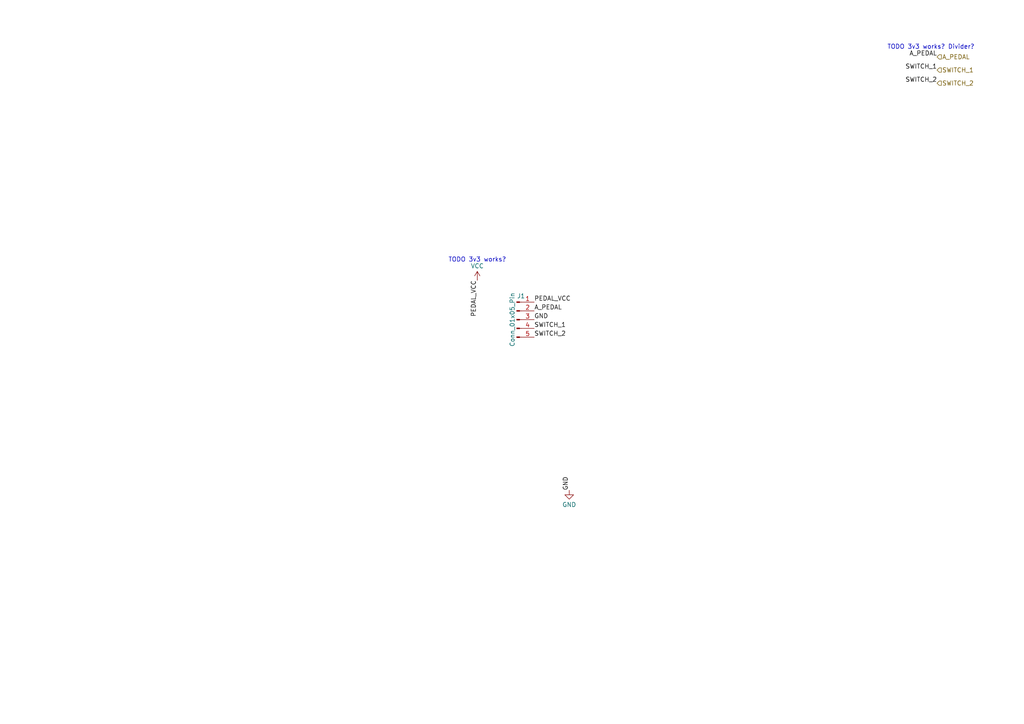
<source format=kicad_sch>
(kicad_sch (version 20231120) (generator "eeschema") (generator_version "8.0")
  (paper "A4")
  (lib_symbols
    (symbol "Connector:Conn_01x05_Pin" (pin_names (offset 1.016) hide)
      (property "Reference" "J" (at 0 7.62 0))
      (property "Value" "Conn_01x05_Pin" (at 0 -7.62 0))
      (symbol "Conn_01x05_Pin_1_1"
        (polyline (pts (xy 1.27 -5.08) (xy 0.8636 -5.08)) (stroke (width 0.1524)))
        (polyline (pts (xy 1.27 -2.54) (xy 0.8636 -2.54)) (stroke (width 0.1524)))
        (polyline (pts (xy 1.27 0) (xy 0.8636 0)) (stroke (width 0.1524)))
        (polyline (pts (xy 1.27 2.54) (xy 0.8636 2.54)) (stroke (width 0.1524)))
        (polyline (pts (xy 1.27 5.08) (xy 0.8636 5.08)) (stroke (width 0.1524)))
        (rectangle (start 0.8636 -4.953) (end 0 -5.207) (stroke (width 0.1524)) (fill (type outline)))
        (rectangle (start 0.8636 -2.413) (end 0 -2.667) (stroke (width 0.1524)) (fill (type outline)))
        (rectangle (start 0.8636 0.127) (end 0 -0.127) (stroke (width 0.1524)) (fill (type outline)))
        (rectangle (start 0.8636 2.667) (end 0 2.413) (stroke (width 0.1524)) (fill (type outline)))
        (rectangle (start 0.8636 5.207) (end 0 4.953) (stroke (width 0.1524)) (fill (type outline)))
        (pin passive line (at 5.08 5.08 180) (length 3.81) (name "Pin_1") (number "1"))
        (pin passive line (at 5.08 2.54 180) (length 3.81) (name "Pin_2") (number "2"))
        (pin passive line (at 5.08 0 180) (length 3.81) (name "Pin_3") (number "3"))
        (pin passive line (at 5.08 -2.54 180) (length 3.81) (name "Pin_4") (number "4"))
        (pin passive line (at 5.08 -5.08 180) (length 3.81) (name "Pin_5") (number "5"))
      )
    )
    (symbol "power:GND" (power) (pin_numbers hide) (pin_names (offset 0) hide)
      (property "Value" "GND" (at 0 -3.81 0))
      (symbol "GND_0_1"
        (polyline (pts (xy 0 0) (xy 0 -1.27) (xy 1.27 -1.27) (xy 0 -2.54) (xy -1.27 -1.27) (xy 0 -1.27)))
      )
      (symbol "GND_1_1"
        (pin power_in line (at 0 0 270) (length 0) (name "~") (number "1"))
      )
    )
    (symbol "power:VCC" (power) (pin_numbers hide) (pin_names (offset 0) hide)
      (property "Value" "VCC" (at 0 3.556 0))
      (symbol "VCC_0_1"
        (polyline (pts (xy -0.762 1.27) (xy 0 2.54)))
        (polyline (pts (xy 0 0) (xy 0 2.54)))
        (polyline (pts (xy 0 2.54) (xy 0.762 1.27)))
      )
      (symbol "VCC_1_1"
        (pin power_in line (at 0 0 90) (length 0) (name "~") (number "1"))
      )
    )
  )
  (text "TODO 3v3 works? Divider?" (at 270.002 13.716 0) (effects (font (size 1.27 1.27))))
  (text "TODO 3v3 works?" (at 138.43 75.438 0) (effects (font (size 1.27 1.27))))
  (label "PEDAL_VCC" (at 154.94 87.63 0))
  (label "GND" (at 165.1 142.24 90))
  (label "SWITCH_2" (at 154.94 97.79 0))
  (label "A_PEDAL" (at 154.94 90.17 0))
  (label "SWITCH_1" (at 154.94 95.25 0))
  (label "PEDAL_VCC" (at 138.43 81.28 270))
  (label "A_PEDAL" (at 271.78 16.51 180))
  (label "SWITCH_1" (at 271.78 20.32 180))
  (label "GND" (at 154.94 92.71 0))
  (label "SWITCH_2" (at 271.78 24.13 180))
  (hierarchical_label "SWITCH_2" (shape input) (at 271.78 24.13 0))
  (hierarchical_label "A_PEDAL" (shape input) (at 271.78 16.51 0))
  (hierarchical_label "SWITCH_1" (shape input) (at 271.78 20.32 0))
  (symbol (lib_id "power:GND") (at 165.1 142.24 0) (unit 1)
    (property "Reference" "#PWR01" (effects (hide yes)))
    (property "Value" "GND" (at 165.1 146.3731 0))
    (property "Description" "Power symbol creates a global label with name \"GND\" , ground" (effects (hide yes)))
  )
  (symbol (lib_id "Connector:Conn_01x05_Pin") (at 149.86 92.71 0) (unit 1)
    (property "Reference" "J1" (at 151.13 85.852 0))
    (property "Value" "Conn_01x05_Pin" (at 148.59 92.71 90))
    (property "Description" "Generic connector, single row, 01x05, script generated" (effects (hide yes)))
  )
  (symbol (lib_id "power:VCC") (at 138.43 81.28 0) (unit 1)
    (property "Reference" "#PWR02" (effects (hide yes)))
    (property "Value" "VCC" (at 138.43 77.1469 0))
    (property "Description" "Power symbol creates a global label with name \"VCC\"" (effects (hide yes)))
  )
)
</source>
